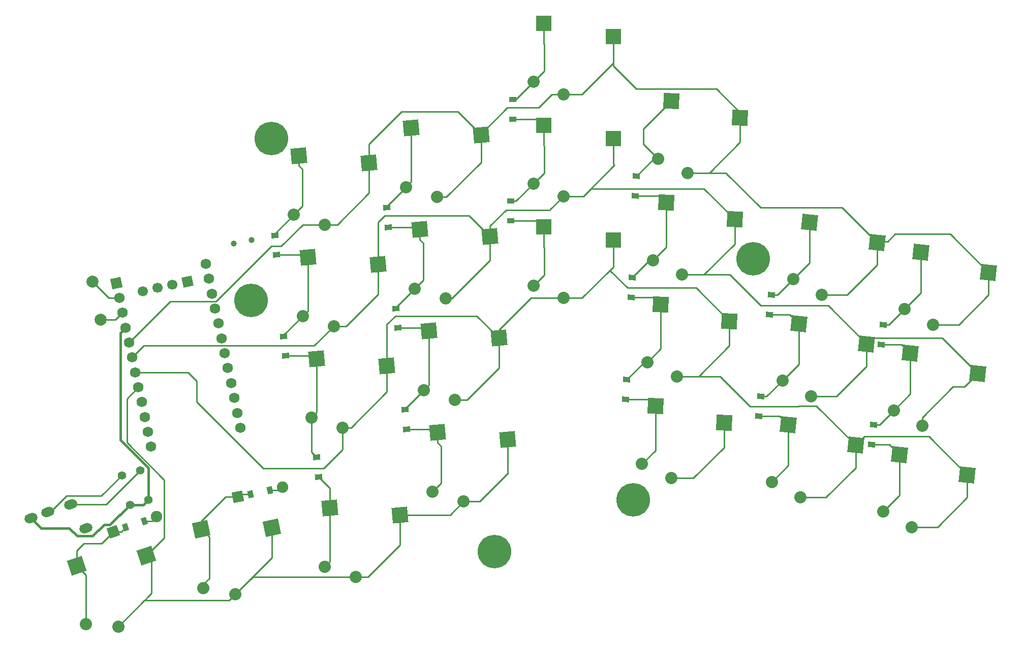
<source format=gbr>
%TF.GenerationSoftware,KiCad,Pcbnew,(6.0.7-1)-1*%
%TF.CreationDate,2022-09-15T11:19:35-04:00*%
%TF.ProjectId,skyline_pcb_right,736b796c-696e-4655-9f70-63625f726967,v1.0.0*%
%TF.SameCoordinates,Original*%
%TF.FileFunction,Copper,L2,Bot*%
%TF.FilePolarity,Positive*%
%FSLAX46Y46*%
G04 Gerber Fmt 4.6, Leading zero omitted, Abs format (unit mm)*
G04 Created by KiCad (PCBNEW (6.0.7-1)-1) date 2022-09-15 11:19:35*
%MOMM*%
%LPD*%
G01*
G04 APERTURE LIST*
G04 Aperture macros list*
%AMHorizOval*
0 Thick line with rounded ends*
0 $1 width*
0 $2 $3 position (X,Y) of the first rounded end (center of the circle)*
0 $4 $5 position (X,Y) of the second rounded end (center of the circle)*
0 Add line between two ends*
20,1,$1,$2,$3,$4,$5,0*
0 Add two circle primitives to create the rounded ends*
1,1,$1,$2,$3*
1,1,$1,$4,$5*%
%AMRotRect*
0 Rectangle, with rotation*
0 The origin of the aperture is its center*
0 $1 length*
0 $2 width*
0 $3 Rotation angle, in degrees counterclockwise*
0 Add horizontal line*
21,1,$1,$2,0,0,$3*%
G04 Aperture macros list end*
%TA.AperFunction,SMDPad,CuDef*%
%ADD10RotRect,2.600000X2.600000X12.000000*%
%TD*%
%TA.AperFunction,SMDPad,CuDef*%
%ADD11RotRect,2.600000X2.600000X19.000000*%
%TD*%
%TA.AperFunction,SMDPad,CuDef*%
%ADD12RotRect,2.600000X2.600000X357.000000*%
%TD*%
%TA.AperFunction,SMDPad,CuDef*%
%ADD13RotRect,2.600000X2.600000X354.000000*%
%TD*%
%TA.AperFunction,SMDPad,CuDef*%
%ADD14RotRect,0.900000X1.200000X95.000000*%
%TD*%
%TA.AperFunction,SMDPad,CuDef*%
%ADD15RotRect,2.600000X2.600000X5.000000*%
%TD*%
%TA.AperFunction,SMDPad,CuDef*%
%ADD16R,2.600000X2.600000*%
%TD*%
%TA.AperFunction,ComponentPad*%
%ADD17C,1.397000*%
%TD*%
%TA.AperFunction,ComponentPad*%
%ADD18C,2.032000*%
%TD*%
%TA.AperFunction,ComponentPad*%
%ADD19RotRect,1.700000X1.700000X282.000000*%
%TD*%
%TA.AperFunction,ComponentPad*%
%ADD20HorizOval,1.700000X0.000000X0.000000X0.000000X0.000000X0*%
%TD*%
%TA.AperFunction,SMDPad,CuDef*%
%ADD21RotRect,0.900000X1.200000X84.000000*%
%TD*%
%TA.AperFunction,ComponentPad*%
%ADD22C,1.905000*%
%TD*%
%TA.AperFunction,SMDPad,CuDef*%
%ADD23RotRect,0.900000X1.200000X12.000000*%
%TD*%
%TA.AperFunction,ComponentPad*%
%ADD24RotRect,1.778000X1.778000X12.000000*%
%TD*%
%TA.AperFunction,ComponentPad*%
%ADD25C,2.000000*%
%TD*%
%TA.AperFunction,SMDPad,CuDef*%
%ADD26R,1.200000X0.900000*%
%TD*%
%TA.AperFunction,SMDPad,CuDef*%
%ADD27RotRect,0.900000X1.200000X87.000000*%
%TD*%
%TA.AperFunction,SMDPad,CuDef*%
%ADD28RotRect,0.900000X1.200000X19.000000*%
%TD*%
%TA.AperFunction,ComponentPad*%
%ADD29RotRect,1.778000X1.778000X19.000000*%
%TD*%
%TA.AperFunction,WasherPad*%
%ADD30C,1.000000*%
%TD*%
%TA.AperFunction,ComponentPad*%
%ADD31HorizOval,1.600000X0.283656X0.097670X-0.283656X-0.097670X0*%
%TD*%
%TA.AperFunction,ComponentPad*%
%ADD32RotRect,1.752600X1.752600X282.000000*%
%TD*%
%TA.AperFunction,ComponentPad*%
%ADD33C,1.752600*%
%TD*%
%TA.AperFunction,ComponentPad*%
%ADD34C,3.600000*%
%TD*%
%TA.AperFunction,ConnectorPad*%
%ADD35C,5.600000*%
%TD*%
%TA.AperFunction,Conductor*%
%ADD36C,0.250000*%
%TD*%
%TA.AperFunction,Conductor*%
%ADD37C,0.400000*%
%TD*%
G04 APERTURE END LIST*
D10*
%TO.P,S43,1*%
%TO.N,P7*%
X168729851Y-168144004D03*
%TO.P,S43,2*%
%TO.N,P18*%
X180484862Y-167894548D03*
%TD*%
D11*
%TO.P,S45,1*%
%TO.N,P5*%
X147921845Y-174266181D03*
%TO.P,S45,2*%
%TO.N,P18*%
X159558835Y-172586010D03*
%TD*%
D12*
%TO.P,S19,1*%
%TO.N,P6*%
X247057013Y-96707156D03*
%TO.P,S19,2*%
%TO.N,P21*%
X258476045Y-99508621D03*
%TD*%
D13*
%TO.P,S1,1*%
%TO.N,P4*%
X285074642Y-155731079D03*
%TO.P,S1,2*%
%TO.N,P19*%
X296331407Y-159126331D03*
%TD*%
%TO.P,S11,1*%
%TO.N,P5*%
X270046279Y-116947728D03*
%TO.P,S11,2*%
%TO.N,P21*%
X281303044Y-120342980D03*
%TD*%
D14*
%TO.P,D14,1*%
%TO.N,P9*%
X181230366Y-122418600D03*
%TO.P,D14,2*%
X180942752Y-119131158D03*
%TD*%
D15*
%TO.P,S37,1*%
%TO.N,P9*%
X186468321Y-122763140D03*
%TO.P,S37,2*%
%TO.N,P20*%
X198166112Y-123948119D03*
%TD*%
D16*
%TO.P,S23,1*%
%TO.N,P7*%
X225807503Y-100753441D03*
%TO.P,S23,2*%
%TO.N,P20*%
X237357503Y-102953441D03*
%TD*%
D17*
%TO.P,\u002A\u002A,3*%
%TO.N,P3*%
X158539441Y-158366741D03*
%TO.P,\u002A\u002A,4*%
%TO.N,VCC*%
X159897011Y-163261983D03*
%TD*%
D18*
%TO.P,S10,1*%
%TO.N,P5*%
X265534592Y-143370877D03*
%TO.P,S10,2*%
%TO.N,P20*%
X270287692Y-145982015D03*
%TD*%
%TO.P,S12,1*%
%TO.N,P5*%
X267311576Y-126464005D03*
%TO.P,S12,2*%
%TO.N,P21*%
X272064676Y-129075143D03*
%TD*%
D19*
%TO.P,REF\u002A\u002A,1*%
%TO.N,VCC*%
X166401488Y-126858430D03*
D20*
%TO.P,REF\u002A\u002A,2*%
%TO.N,P0*%
X163916993Y-127386526D03*
%TO.P,REF\u002A\u002A,3*%
%TO.N,P1*%
X161432498Y-127914621D03*
%TO.P,REF\u002A\u002A,4*%
%TO.N,GND*%
X158948003Y-128442717D03*
%TD*%
D18*
%TO.P,S2,1*%
%TO.N,P4*%
X282339939Y-165247356D03*
%TO.P,S2,2*%
%TO.N,P19*%
X287093039Y-167858494D03*
%TD*%
D21*
%TO.P,D1,1*%
%TO.N,P4*%
X280409252Y-154015803D03*
%TO.P,D1,2*%
X280754196Y-150733881D03*
%TD*%
D22*
%TO.P,D16,1*%
%TO.N,P7*%
X182268652Y-161172400D03*
D23*
X176927966Y-162307598D03*
D24*
%TO.P,D16,2*%
X174815168Y-162756688D03*
D23*
X180155854Y-161621490D03*
%TD*%
D13*
%TO.P,S5,1*%
%TO.N,P4*%
X288628610Y-121917335D03*
%TO.P,S5,2*%
%TO.N,P21*%
X299885375Y-125312587D03*
%TD*%
D15*
%TO.P,S35,1*%
%TO.N,P9*%
X187949969Y-139698450D03*
%TO.P,S35,2*%
%TO.N,P19*%
X199647760Y-140883429D03*
%TD*%
D18*
%TO.P,S22,1*%
%TO.N,P7*%
X224082503Y-127503441D03*
%TO.P,S22,2*%
%TO.N,P19*%
X229082503Y-129603441D03*
%TD*%
%TO.P,S24,1*%
%TO.N,P7*%
X224082503Y-110503441D03*
%TO.P,S24,2*%
%TO.N,P20*%
X229082503Y-112603441D03*
%TD*%
D14*
%TO.P,D12,1*%
%TO.N,P8*%
X199876192Y-117784712D03*
%TO.P,D12,2*%
X199588578Y-114497270D03*
%TD*%
D25*
%TO.P,RSW1,1*%
%TO.N,GND*%
X150574651Y-126872329D03*
%TO.P,RSW1,2*%
%TO.N,RST*%
X151926077Y-133230289D03*
%TD*%
D16*
%TO.P,S25,1*%
%TO.N,P7*%
X225807503Y-83753441D03*
%TO.P,S25,2*%
%TO.N,P21*%
X237357503Y-85953441D03*
%TD*%
D18*
%TO.P,S44,1*%
%TO.N,P7*%
X169069685Y-178039590D03*
%TO.P,S44,2*%
%TO.N,P18*%
X174397038Y-179054142D03*
%TD*%
%TO.P,S26,1*%
%TO.N,P7*%
X224082503Y-93503441D03*
%TO.P,S26,2*%
%TO.N,P21*%
X229082503Y-95603441D03*
%TD*%
D15*
%TO.P,S39,1*%
%TO.N,P9*%
X184986673Y-105827830D03*
%TO.P,S39,2*%
%TO.N,P21*%
X196684464Y-107012809D03*
%TD*%
D16*
%TO.P,S21,1*%
%TO.N,P7*%
X225807503Y-117753441D03*
%TO.P,S21,2*%
%TO.N,P19*%
X237357503Y-119953441D03*
%TD*%
D26*
%TO.P,D8,1*%
%TO.N,P7*%
X220271806Y-116738220D03*
%TO.P,D8,2*%
X220271806Y-113438220D03*
%TD*%
D18*
%TO.P,S18,1*%
%TO.N,P6*%
X243934391Y-123330216D03*
%TO.P,S18,2*%
%TO.N,P20*%
X248817633Y-125689018D03*
%TD*%
%TO.P,S8,1*%
%TO.N,P5*%
X263757608Y-160277749D03*
%TO.P,S8,2*%
%TO.N,P19*%
X268510708Y-162888887D03*
%TD*%
%TO.P,S14,1*%
%TO.N,P6*%
X242154968Y-157283621D03*
%TO.P,S14,2*%
%TO.N,P18*%
X247038210Y-159642423D03*
%TD*%
D12*
%TO.P,S17,1*%
%TO.N,P6*%
X246167302Y-113683858D03*
%TO.P,S17,2*%
%TO.N,P20*%
X257586334Y-116485323D03*
%TD*%
D18*
%TO.P,S34,1*%
%TO.N,P8*%
X202788595Y-111096339D03*
%TO.P,S34,2*%
%TO.N,P21*%
X207952596Y-112752569D03*
%TD*%
D27*
%TO.P,D7,1*%
%TO.N,P6*%
X240995417Y-112584894D03*
%TO.P,D7,2*%
X241168125Y-109289416D03*
%TD*%
D15*
%TO.P,S31,1*%
%TO.N,P8*%
X205138911Y-118168407D03*
%TO.P,S31,2*%
%TO.N,P20*%
X216836702Y-119353386D03*
%TD*%
D18*
%TO.P,S32,1*%
%TO.N,P8*%
X204270243Y-128031649D03*
%TO.P,S32,2*%
%TO.N,P20*%
X209434244Y-129687879D03*
%TD*%
%TO.P,S30,1*%
%TO.N,P8*%
X205751890Y-144966959D03*
%TO.P,S30,2*%
%TO.N,P19*%
X210915891Y-146623189D03*
%TD*%
D15*
%TO.P,S27,1*%
%TO.N,P8*%
X208102206Y-152039027D03*
%TO.P,S27,2*%
%TO.N,P18*%
X219799997Y-153224006D03*
%TD*%
D28*
%TO.P,D17,1*%
%TO.N,P5*%
X156115667Y-167873596D03*
D22*
X161278199Y-166095994D03*
D29*
%TO.P,D17,2*%
X154073347Y-168576824D03*
D28*
X159235879Y-166799222D03*
%TD*%
D13*
%TO.P,S3,1*%
%TO.N,P4*%
X286851626Y-138824207D03*
%TO.P,S3,2*%
%TO.N,P20*%
X298108391Y-142219459D03*
%TD*%
D18*
%TO.P,S28,1*%
%TO.N,P8*%
X207233538Y-161902269D03*
%TO.P,S28,2*%
%TO.N,P18*%
X212397539Y-163558499D03*
%TD*%
%TO.P,S36,1*%
%TO.N,P9*%
X187081301Y-149561692D03*
%TO.P,S36,2*%
%TO.N,P19*%
X192245302Y-151217922D03*
%TD*%
D30*
%TO.P,T1,*%
%TO.N,*%
X177091140Y-119918878D03*
X174156698Y-120542614D03*
%TD*%
D14*
%TO.P,D11,1*%
%TO.N,P8*%
X201431365Y-134608159D03*
%TO.P,D11,2*%
X201143751Y-131320717D03*
%TD*%
D15*
%TO.P,S41,1*%
%TO.N,P9*%
X190128862Y-164603318D03*
%TO.P,S41,2*%
%TO.N,P18*%
X201826653Y-165788297D03*
%TD*%
D18*
%TO.P,S40,1*%
%TO.N,P9*%
X184118005Y-115691072D03*
%TO.P,S40,2*%
%TO.N,P21*%
X189282006Y-117347302D03*
%TD*%
D31*
%TO.P,REF\u002A\u002A,1*%
%TO.N,GND*%
X149481637Y-168004266D03*
%TO.P,REF\u002A\u002A,2*%
%TO.N,P3*%
X146943953Y-164013006D03*
%TO.P,REF\u002A\u002A,3*%
%TO.N,P2*%
X143161879Y-165315278D03*
%TO.P,REF\u002A\u002A,4*%
%TO.N,VCC*%
X140325323Y-166291983D03*
%TD*%
D21*
%TO.P,D4,1*%
%TO.N,P5*%
X263393404Y-132329433D03*
%TO.P,D4,2*%
X263738348Y-129047511D03*
%TD*%
D27*
%TO.P,D6,1*%
%TO.N,P6*%
X240324663Y-129502799D03*
%TO.P,D6,2*%
X240497371Y-126207321D03*
%TD*%
D18*
%TO.P,S38,1*%
%TO.N,P9*%
X185599653Y-132626382D03*
%TO.P,S38,2*%
%TO.N,P20*%
X190763654Y-134282612D03*
%TD*%
D32*
%TO.P,MCU1,1*%
%TO.N,RAW*%
X154536500Y-127077567D03*
D33*
%TO.P,MCU1,2*%
%TO.N,GND*%
X155064596Y-129562062D03*
%TO.P,MCU1,3*%
%TO.N,RST*%
X155592691Y-132046557D03*
%TO.P,MCU1,4*%
%TO.N,VCC*%
X156120787Y-134531052D03*
%TO.P,MCU1,5*%
%TO.N,P21*%
X156648883Y-137015547D03*
%TO.P,MCU1,6*%
%TO.N,P20*%
X157176978Y-139500042D03*
%TO.P,MCU1,7*%
%TO.N,P19*%
X157705074Y-141984537D03*
%TO.P,MCU1,8*%
%TO.N,P18*%
X158233170Y-144469031D03*
%TO.P,MCU1,9*%
%TO.N,P15*%
X158761266Y-146953526D03*
%TO.P,MCU1,10*%
%TO.N,P14*%
X159289361Y-149438021D03*
%TO.P,MCU1,11*%
%TO.N,P16*%
X159817457Y-151922516D03*
%TO.P,MCU1,12*%
%TO.N,P10*%
X160345553Y-154407011D03*
%TO.P,MCU1,13*%
%TO.N,P1*%
X169443469Y-123908993D03*
%TO.P,MCU1,14*%
%TO.N,P0*%
X169971565Y-126393488D03*
%TO.P,MCU1,15*%
%TO.N,GND*%
X170499661Y-128877983D03*
%TO.P,MCU1,16*%
X171027756Y-131362478D03*
%TO.P,MCU1,17*%
%TO.N,P2*%
X171555852Y-133846973D03*
%TO.P,MCU1,18*%
%TO.N,P3*%
X172083948Y-136331467D03*
%TO.P,MCU1,19*%
%TO.N,P4*%
X172612044Y-138815962D03*
%TO.P,MCU1,20*%
%TO.N,P5*%
X173140139Y-141300457D03*
%TO.P,MCU1,21*%
%TO.N,P6*%
X173668235Y-143784952D03*
%TO.P,MCU1,22*%
%TO.N,P7*%
X174196331Y-146269447D03*
%TO.P,MCU1,23*%
%TO.N,P8*%
X174724426Y-148753942D03*
%TO.P,MCU1,24*%
%TO.N,P9*%
X175252522Y-151238437D03*
%TD*%
D14*
%TO.P,D15,1*%
%TO.N,P9*%
X188236018Y-159459123D03*
%TO.P,D15,2*%
X187948404Y-156171681D03*
%TD*%
D21*
%TO.P,D2,1*%
%TO.N,P4*%
X282025458Y-137322824D03*
%TO.P,D2,2*%
X282370402Y-134040902D03*
%TD*%
D18*
%TO.P,S46,1*%
%TO.N,P5*%
X149465115Y-184046592D03*
%TO.P,S46,2*%
%TO.N,P18*%
X154876401Y-184404341D03*
%TD*%
D15*
%TO.P,S29,1*%
%TO.N,P8*%
X206620558Y-135103717D03*
%TO.P,S29,2*%
%TO.N,P19*%
X218318349Y-136288696D03*
%TD*%
D18*
%TO.P,S42,1*%
%TO.N,P9*%
X189260194Y-174466560D03*
%TO.P,S42,2*%
%TO.N,P18*%
X194424195Y-176122790D03*
%TD*%
D12*
%TO.P,S15,1*%
%TO.N,P6*%
X245277590Y-130660560D03*
%TO.P,S15,2*%
%TO.N,P19*%
X256696622Y-133462025D03*
%TD*%
D26*
%TO.P,D9,1*%
%TO.N,P7*%
X220586513Y-99768303D03*
%TO.P,D9,2*%
X220586513Y-96468303D03*
%TD*%
D15*
%TO.P,S33,1*%
%TO.N,P8*%
X203657263Y-101233097D03*
%TO.P,S33,2*%
%TO.N,P21*%
X215355054Y-102418076D03*
%TD*%
D21*
%TO.P,D3,1*%
%TO.N,P5*%
X261553614Y-149320526D03*
%TO.P,D3,2*%
X261898558Y-146038604D03*
%TD*%
D18*
%TO.P,S6,1*%
%TO.N,P4*%
X285893907Y-131433612D03*
%TO.P,S6,2*%
%TO.N,P21*%
X290647007Y-134044750D03*
%TD*%
D34*
%TO.P,REF\u002A\u002A,1*%
%TO.N,N/C*%
X180407787Y-103019753D03*
D35*
X180407787Y-103019753D03*
%TD*%
D14*
%TO.P,D13,1*%
%TO.N,P9*%
X182720931Y-139261977D03*
%TO.P,D13,2*%
X182433317Y-135974535D03*
%TD*%
D27*
%TO.P,D5,1*%
%TO.N,P6*%
X239430325Y-146495231D03*
%TO.P,D5,2*%
X239603033Y-143199753D03*
%TD*%
D17*
%TO.P,\u002A\u002A,2*%
%TO.N,P2*%
X155467798Y-159198644D03*
%TO.P,\u002A\u002A,4*%
%TO.N,VCC*%
X156825368Y-164093886D03*
%TD*%
D18*
%TO.P,S4,1*%
%TO.N,P4*%
X284116923Y-148340484D03*
%TO.P,S4,2*%
%TO.N,P20*%
X288870023Y-150951622D03*
%TD*%
%TO.P,S20,1*%
%TO.N,P6*%
X244824102Y-106353514D03*
%TO.P,S20,2*%
%TO.N,P21*%
X249707344Y-108712316D03*
%TD*%
D13*
%TO.P,S7,1*%
%TO.N,P5*%
X266492311Y-150761472D03*
%TO.P,S7,2*%
%TO.N,P19*%
X277749076Y-154156724D03*
%TD*%
D12*
%TO.P,S13,1*%
%TO.N,P6*%
X244387879Y-147637263D03*
%TO.P,S13,2*%
%TO.N,P18*%
X255806911Y-150438728D03*
%TD*%
D13*
%TO.P,S9,1*%
%TO.N,P5*%
X268269295Y-133854600D03*
%TO.P,S9,2*%
%TO.N,P20*%
X279526060Y-137249852D03*
%TD*%
D14*
%TO.P,D10,1*%
%TO.N,P8*%
X202904808Y-151468827D03*
%TO.P,D10,2*%
X202617194Y-148181385D03*
%TD*%
D18*
%TO.P,S16,1*%
%TO.N,P6*%
X243044679Y-140306918D03*
%TO.P,S16,2*%
%TO.N,P19*%
X247927921Y-142665720D03*
%TD*%
D35*
%TO.P,REF\u002A\u002A,1*%
%TO.N,N/C*%
X240682503Y-163303441D03*
D34*
X240682503Y-163303441D03*
%TD*%
%TO.P,REF\u002A\u002A,1*%
%TO.N,N/C*%
X217582503Y-171903441D03*
D35*
X217582503Y-171903441D03*
%TD*%
D34*
%TO.P,REF\u002A\u002A,1*%
%TO.N,N/C*%
X260672503Y-123043441D03*
D35*
X260672503Y-123043441D03*
%TD*%
%TO.P,REF\u002A\u002A,1*%
%TO.N,N/C*%
X176982503Y-130003441D03*
D34*
X176982503Y-130003441D03*
%TD*%
D36*
%TO.N,P4*%
X285893907Y-131433612D02*
X288628610Y-128698909D01*
X284116923Y-148340484D02*
X286851626Y-145605781D01*
X283286617Y-134040902D02*
X285893907Y-131433612D01*
X282025458Y-137322824D02*
X285350243Y-137322824D01*
X288628610Y-128698909D02*
X288628610Y-121917335D01*
X280409252Y-154015803D02*
X283359366Y-154015803D01*
X282370402Y-134040902D02*
X283286617Y-134040902D01*
X285350243Y-137322824D02*
X286851626Y-138824207D01*
X282339939Y-165247356D02*
X285074642Y-162512653D01*
X286851626Y-145605781D02*
X286851626Y-138824207D01*
X285074642Y-162512653D02*
X285074642Y-155731079D01*
X281723526Y-150733881D02*
X284116923Y-148340484D01*
X280754196Y-150733881D02*
X281723526Y-150733881D01*
X283359366Y-154015803D02*
X285074642Y-155731079D01*
%TO.N,P19*%
X279202851Y-152702949D02*
X289908025Y-152702949D01*
X255113208Y-142665720D02*
X260124243Y-147676755D01*
X296331407Y-162881313D02*
X296331407Y-159126331D01*
X237357503Y-124395812D02*
X237357503Y-119953441D01*
X260124243Y-147676755D02*
X268166154Y-147676755D01*
X192245302Y-151217922D02*
X193682142Y-151217922D01*
X214631283Y-132601630D02*
X218318349Y-136288696D01*
X247927921Y-142665720D02*
X251592470Y-142665720D01*
X199647760Y-140883429D02*
X199647760Y-134002084D01*
X268243480Y-147599429D02*
X271191781Y-147599429D01*
X218318349Y-136288696D02*
X218318349Y-134917193D01*
X251592470Y-142665720D02*
X256696622Y-137561568D01*
X199647760Y-145252304D02*
X199647760Y-140883429D01*
X232149874Y-129603441D02*
X236775954Y-124977360D01*
X210915891Y-146623189D02*
X212991208Y-146623189D01*
X268510708Y-162888887D02*
X272771895Y-162888887D01*
X218318349Y-141296048D02*
X218318349Y-136288696D01*
X193682142Y-151217922D02*
X199647760Y-145252304D01*
X277749076Y-154156724D02*
X279202851Y-152702949D01*
X256696622Y-133462025D02*
X251138894Y-127904297D01*
X247927921Y-142665720D02*
X255113208Y-142665720D01*
X189125226Y-158029002D02*
X179011062Y-158029002D01*
X239702891Y-127904297D02*
X236775954Y-124977360D01*
X201048214Y-132601630D02*
X214631283Y-132601630D01*
X268166154Y-147676755D02*
X268243480Y-147599429D01*
X272771895Y-162888887D02*
X277749076Y-157911706D01*
X199647760Y-134002084D02*
X201048214Y-132601630D01*
X179011062Y-158029002D02*
X167924382Y-146942322D01*
X271191781Y-147599429D02*
X277749076Y-154156724D01*
X236775954Y-124977360D02*
X237357503Y-124395812D01*
X229082503Y-129603441D02*
X232149874Y-129603441D01*
X192245302Y-154908926D02*
X189125226Y-158029002D01*
X251138894Y-127904297D02*
X239702891Y-127904297D01*
X167924382Y-143441265D02*
X166467654Y-141984537D01*
X223632101Y-129603441D02*
X229082503Y-129603441D01*
X212991208Y-146623189D02*
X218318349Y-141296048D01*
X192245302Y-151217922D02*
X192245302Y-154908926D01*
X277749076Y-157911706D02*
X277749076Y-154156724D01*
X167924382Y-146942322D02*
X167924382Y-143441265D01*
X166467654Y-141984537D02*
X157705074Y-141984537D01*
X256696622Y-137561568D02*
X256696622Y-133462025D01*
X289908025Y-152702949D02*
X296331407Y-159126331D01*
X291354226Y-167858494D02*
X296331407Y-162881313D01*
X287093039Y-167858494D02*
X291354226Y-167858494D01*
X218318349Y-134917193D02*
X223632101Y-129603441D01*
%TO.N,P20*%
X226817887Y-114868057D02*
X229082503Y-112603441D01*
X257586334Y-120584866D02*
X257586334Y-116485323D01*
X248817633Y-125689018D02*
X252482182Y-125689018D01*
X279526060Y-141004834D02*
X279526060Y-137249852D01*
X293951856Y-144432949D02*
X295894901Y-144432949D01*
X273154359Y-130878151D02*
X279526060Y-137249852D01*
X252434518Y-111333507D02*
X257586334Y-116485323D01*
X213320025Y-115836709D02*
X216836702Y-119353386D01*
X288870023Y-149514782D02*
X293951856Y-144432949D01*
X226817887Y-114955659D02*
X226817887Y-114868057D01*
X280515079Y-136260833D02*
X292149765Y-136260833D01*
X233616357Y-111333507D02*
X252434518Y-111333507D01*
X216836702Y-119353386D02*
X216836702Y-117592472D01*
X187513499Y-137532767D02*
X159144253Y-137532767D01*
X198166112Y-116969429D02*
X199298832Y-115836709D01*
X216836702Y-123271425D02*
X216836702Y-119353386D01*
X292149765Y-136260833D02*
X298108391Y-142219459D01*
X198166112Y-128955471D02*
X198166112Y-123948119D01*
X192838971Y-134282612D02*
X198166112Y-128955471D01*
X216836702Y-117592472D02*
X219473515Y-114955659D01*
X237546827Y-107403037D02*
X237357503Y-107213713D01*
X252482182Y-125689018D02*
X257586334Y-120584866D01*
X229082503Y-112603441D02*
X232346423Y-112603441D01*
X237357503Y-107213713D02*
X237357503Y-102953441D01*
X190763654Y-134282612D02*
X192838971Y-134282612D01*
X190763654Y-134282612D02*
X187513499Y-137532767D01*
X232346423Y-112603441D02*
X233616357Y-111333507D01*
X159144253Y-137532767D02*
X157176978Y-139500042D01*
X295894901Y-144432949D02*
X298108391Y-142219459D01*
X219473515Y-114955659D02*
X226817887Y-114955659D01*
X248817633Y-125689018D02*
X256752577Y-125689018D01*
X279526060Y-137249852D02*
X280515079Y-136260833D01*
X210420248Y-129687879D02*
X216836702Y-123271425D01*
X256752577Y-125689018D02*
X261941710Y-130878151D01*
X198166112Y-123948119D02*
X198166112Y-116969429D01*
X232346423Y-112603441D02*
X237546827Y-107403037D01*
X261941710Y-130878151D02*
X273154359Y-130878151D01*
X288870023Y-150951622D02*
X288870023Y-149514782D01*
X270287692Y-145982015D02*
X274548879Y-145982015D01*
X209434244Y-129687879D02*
X210420248Y-129687879D01*
X274548879Y-145982015D02*
X279526060Y-141004834D01*
X199298832Y-115836709D02*
X213320025Y-115836709D01*
%TO.N,P21*%
X283077985Y-120163570D02*
X284301759Y-118939796D01*
X275500866Y-114540802D02*
X281303044Y-120342980D01*
X191357323Y-117347302D02*
X196684464Y-112020161D01*
X256065899Y-108712316D02*
X261894385Y-114540802D01*
X196684464Y-112020161D02*
X196684464Y-107012809D01*
X180372584Y-120976151D02*
X171187557Y-130161178D01*
X219679432Y-97864551D02*
X224895995Y-97864551D01*
X284301759Y-118939796D02*
X293512584Y-118939796D01*
X232149874Y-95603441D02*
X237357503Y-90395812D01*
X281303044Y-120342980D02*
X281482454Y-120163570D01*
X249707344Y-108712316D02*
X256065899Y-108712316D01*
X276325863Y-129075143D02*
X281303044Y-124097962D01*
X258476045Y-103608164D02*
X258476045Y-99508621D01*
X229082503Y-95603441D02*
X232149874Y-95603441D01*
X253371893Y-108712316D02*
X258476045Y-103608164D01*
X209555822Y-112752569D02*
X215355054Y-106953337D01*
X182025861Y-120976151D02*
X180372584Y-120976151D01*
X227157105Y-95603441D02*
X229082503Y-95603441D01*
X202093980Y-98508979D02*
X211445957Y-98508979D01*
X207952596Y-112752569D02*
X209555822Y-112752569D01*
X281482454Y-120163570D02*
X283077985Y-120163570D01*
X272064676Y-129075143D02*
X276325863Y-129075143D01*
X299885375Y-129067569D02*
X299885375Y-125312587D01*
X281303044Y-124097962D02*
X281303044Y-120342980D01*
X249707344Y-108712316D02*
X253371893Y-108712316D01*
X196684464Y-107012809D02*
X196684464Y-103918495D01*
X290647007Y-134044750D02*
X294908194Y-134044750D01*
X215355054Y-102188929D02*
X219679432Y-97864551D01*
X261894385Y-114540802D02*
X275500866Y-114540802D01*
X196684464Y-103918495D02*
X202093980Y-98508979D01*
X211445957Y-98508979D02*
X215355054Y-102418076D01*
X215355054Y-102418076D02*
X215355054Y-102188929D01*
X258476045Y-98646646D02*
X258476045Y-99508621D01*
X237357503Y-85953441D02*
X237357503Y-90923014D01*
X163503252Y-130161178D02*
X156648883Y-137015547D01*
X189282006Y-117347302D02*
X185654710Y-117347302D01*
X185654710Y-117347302D02*
X182025861Y-120976151D01*
X215355054Y-106953337D02*
X215355054Y-102418076D01*
X293512584Y-118939796D02*
X299885375Y-125312587D01*
X171187557Y-130161178D02*
X163503252Y-130161178D01*
X189282006Y-117347302D02*
X191357323Y-117347302D01*
X241149271Y-94714782D02*
X254544181Y-94714782D01*
X237357503Y-90923014D02*
X241149271Y-94714782D01*
X237357503Y-90395812D02*
X237357503Y-85953441D01*
X254544181Y-94714782D02*
X258476045Y-98646646D01*
X224895995Y-97864551D02*
X227157105Y-95603441D01*
X294908194Y-134044750D02*
X299885375Y-129067569D01*
%TO.N,P5*%
X262866865Y-146038604D02*
X265534592Y-143370877D01*
X261898558Y-146038604D02*
X262866865Y-146038604D01*
X149143417Y-170521719D02*
X147921845Y-171743291D01*
X267311576Y-126464005D02*
X270046279Y-123729302D01*
X261553614Y-149320526D02*
X265051365Y-149320526D01*
X264728070Y-129047511D02*
X267311576Y-126464005D01*
X147921845Y-174266181D02*
X149465115Y-175809451D01*
X159235879Y-166799222D02*
X160574971Y-166799222D01*
X268269295Y-140636174D02*
X268269295Y-133854600D01*
X263757608Y-160277749D02*
X266492311Y-157543046D01*
X266492311Y-157543046D02*
X266492311Y-150761472D01*
X265534592Y-143370877D02*
X268269295Y-140636174D01*
X266744128Y-132329433D02*
X268269295Y-133854600D01*
X154073347Y-168576824D02*
X155412439Y-168576824D01*
X154073347Y-168576824D02*
X152128452Y-170521719D01*
X263393404Y-132329433D02*
X266744128Y-132329433D01*
X265051365Y-149320526D02*
X266492311Y-150761472D01*
X155412439Y-168576824D02*
X156115667Y-167873596D01*
X160574971Y-166799222D02*
X161278199Y-166095994D01*
X270046279Y-123729302D02*
X270046279Y-116947728D01*
X147921845Y-171743291D02*
X147921845Y-174266181D01*
X263738348Y-129047511D02*
X264728070Y-129047511D01*
X149465115Y-175809451D02*
X149465115Y-184046592D01*
X152128452Y-170521719D02*
X149143417Y-170521719D01*
%TO.N,P6*%
X240497371Y-126207321D02*
X243374476Y-123330216D01*
X239430325Y-146495231D02*
X243245847Y-146495231D01*
X245277590Y-130660560D02*
X245277590Y-138074007D01*
X246167302Y-113683858D02*
X246167302Y-121097305D01*
X246167302Y-121097305D02*
X243934391Y-123330216D01*
X245277590Y-138074007D02*
X243044679Y-140306918D01*
X242408052Y-101356117D02*
X242408052Y-103937464D01*
X245068338Y-112584894D02*
X246167302Y-113683858D01*
X241168125Y-109289416D02*
X244104027Y-106353514D01*
X244104027Y-106353514D02*
X244824102Y-106353514D01*
X243245847Y-146495231D02*
X244387879Y-147637263D01*
X239603033Y-143199753D02*
X242495868Y-140306918D01*
X247057013Y-96707156D02*
X242408052Y-101356117D01*
X244119829Y-129502799D02*
X245277590Y-130660560D01*
X242495868Y-140306918D02*
X243044679Y-140306918D01*
X243374476Y-123330216D02*
X243934391Y-123330216D01*
X242408052Y-103937464D02*
X244824102Y-106353514D01*
X244395671Y-147645055D02*
X244387879Y-147637263D01*
X242154968Y-157283621D02*
X244395671Y-155042918D01*
X240324663Y-129502799D02*
X244119829Y-129502799D01*
X240995417Y-112584894D02*
X245068338Y-112584894D01*
X244395671Y-155042918D02*
X244395671Y-147645055D01*
%TO.N,P18*%
X196499512Y-176122790D02*
X201826653Y-170795649D01*
X160397371Y-178883371D02*
X154876401Y-184404341D01*
X212397539Y-163558499D02*
X215143770Y-163558499D01*
X173381039Y-180070141D02*
X159210601Y-180070141D01*
X162555699Y-169589146D02*
X162555699Y-159977105D01*
X194424195Y-176122790D02*
X196499512Y-176122790D01*
X210167741Y-165788297D02*
X212397539Y-163558499D01*
X156317068Y-153738474D02*
X156317068Y-146385133D01*
X201826653Y-170795649D02*
X201826653Y-165788297D01*
X174397038Y-179054142D02*
X173381039Y-180070141D01*
X162555699Y-159977105D02*
X156317068Y-153738474D01*
X219799997Y-158729458D02*
X219799997Y-153224006D01*
X247038210Y-159642423D02*
X250702759Y-159642423D01*
X194424195Y-176122790D02*
X177328390Y-176122790D01*
X201826653Y-165788297D02*
X210167741Y-165788297D01*
X219886404Y-158815865D02*
X219799997Y-158729458D01*
X156317068Y-146385133D02*
X158233170Y-144469031D01*
X255806911Y-154538271D02*
X255806911Y-150438728D01*
X177328390Y-176122790D02*
X174397038Y-179054142D01*
X174397038Y-179054142D02*
X180484862Y-172966318D01*
X250702759Y-159642423D02*
X255806911Y-154538271D01*
X159558835Y-172586010D02*
X162555699Y-169589146D01*
X160397371Y-173424546D02*
X160397371Y-178883371D01*
X215143770Y-163558499D02*
X219886404Y-158815865D01*
X159558835Y-172586010D02*
X160397371Y-173424546D01*
X180484862Y-172966318D02*
X180484862Y-167894548D01*
X159210601Y-180070141D02*
X154876401Y-184404341D01*
%TO.N,P7*%
X225823973Y-104219911D02*
X225807503Y-104203441D01*
X221117641Y-96468303D02*
X224082503Y-93503441D01*
X168729851Y-168144004D02*
X170032017Y-169446170D01*
X181819562Y-161621490D02*
X182268652Y-161172400D01*
X225823973Y-87219911D02*
X225807503Y-87203441D01*
X224082503Y-127503441D02*
X225823973Y-125761971D01*
X225807503Y-121203441D02*
X225807503Y-117753441D01*
X220586513Y-99768303D02*
X224822365Y-99768303D01*
X180155854Y-161621490D02*
X181819562Y-161621490D01*
X224082503Y-110503441D02*
X225823973Y-108761971D01*
X224822365Y-99768303D02*
X225807503Y-100753441D01*
X168729851Y-166814961D02*
X172788124Y-162756688D01*
X168729851Y-168144004D02*
X168729851Y-166814961D01*
X225823973Y-121219911D02*
X225807503Y-121203441D01*
X225807503Y-104203441D02*
X225807503Y-100753441D01*
X221147724Y-113438220D02*
X224082503Y-110503441D01*
X170032017Y-176397590D02*
X169069685Y-177359922D01*
X225823973Y-108761971D02*
X225823973Y-104219911D01*
X175264258Y-162307598D02*
X174815168Y-162756688D01*
X172788124Y-162756688D02*
X174815168Y-162756688D01*
X220271806Y-113438220D02*
X221147724Y-113438220D01*
X220586513Y-96468303D02*
X221117641Y-96468303D01*
X176927966Y-162307598D02*
X175264258Y-162307598D01*
X225823973Y-125761971D02*
X225823973Y-121219911D01*
X224082503Y-93503441D02*
X225823973Y-91761971D01*
X170032017Y-169446170D02*
X170032017Y-176397590D01*
X224792282Y-116738220D02*
X225807503Y-117753441D01*
X225823973Y-91761971D02*
X225823973Y-87219911D01*
X169069685Y-177359922D02*
X169069685Y-178039590D01*
X220271806Y-116738220D02*
X224792282Y-116738220D01*
X225807503Y-87203441D02*
X225807503Y-83753441D01*
%TO.N,P8*%
X207233538Y-161902269D02*
X208645719Y-160490088D01*
X199876192Y-117784712D02*
X204755216Y-117784712D01*
X205682424Y-126619468D02*
X205682424Y-120449256D01*
X202788595Y-111096339D02*
X203657263Y-110227671D01*
X208645719Y-160490088D02*
X208645719Y-154319876D01*
X204270243Y-128031649D02*
X205682424Y-126619468D01*
X207532006Y-151468827D02*
X208102206Y-152039027D01*
X206620558Y-144098291D02*
X206620558Y-135103717D01*
X208102206Y-153776363D02*
X208102206Y-152039027D01*
X199588578Y-114296356D02*
X202788595Y-111096339D01*
X201143751Y-131158141D02*
X204270243Y-128031649D01*
X202617194Y-148181385D02*
X202617194Y-148101655D01*
X203657263Y-110227671D02*
X203657263Y-101233097D01*
X206125000Y-134608159D02*
X206620558Y-135103717D01*
X201143751Y-131320717D02*
X201143751Y-131158141D01*
X202904808Y-151468827D02*
X207532006Y-151468827D01*
X205682424Y-120449256D02*
X205138911Y-119905743D01*
X208645719Y-154319876D02*
X208102206Y-153776363D01*
X202617194Y-148101655D02*
X205751890Y-144966959D01*
X204755216Y-117784712D02*
X205138911Y-118168407D01*
X201431365Y-134608159D02*
X206125000Y-134608159D01*
X199588578Y-114497270D02*
X199588578Y-114296356D01*
X205138911Y-119905743D02*
X205138911Y-118168407D01*
X205751890Y-144966959D02*
X206620558Y-144098291D01*
%TO.N,P9*%
X181230366Y-122418600D02*
X186123781Y-122418600D01*
X182433317Y-135974535D02*
X182433317Y-135792718D01*
X182433317Y-135792718D02*
X185599653Y-132626382D01*
X189260194Y-174466560D02*
X190128862Y-173597892D01*
X180942752Y-119131158D02*
X180942752Y-118866325D01*
X190128862Y-161351967D02*
X190128862Y-164603318D01*
X187949969Y-148693024D02*
X187949969Y-139698450D01*
X187948404Y-156171681D02*
X187081301Y-155304578D01*
X185530186Y-114278891D02*
X185530186Y-108108679D01*
X185530186Y-108108679D02*
X184986673Y-107565166D01*
X187081301Y-149561692D02*
X187949969Y-148693024D01*
X187513496Y-139261977D02*
X187949969Y-139698450D01*
X185599653Y-132626382D02*
X186468321Y-131757714D01*
X186468321Y-131757714D02*
X186468321Y-122763140D01*
X180942752Y-118866325D02*
X184118005Y-115691072D01*
X184118005Y-115691072D02*
X185530186Y-114278891D01*
X182720931Y-139261977D02*
X187513496Y-139261977D01*
X187081301Y-155304578D02*
X187081301Y-149561692D01*
X184986673Y-107565166D02*
X184986673Y-105827830D01*
X188236018Y-159459123D02*
X190128862Y-161351967D01*
X190128862Y-173597892D02*
X190128862Y-164603318D01*
X186123781Y-122418600D02*
X186468321Y-122763140D01*
%TO.N,GND*%
X150574651Y-126872329D02*
X153264384Y-129562062D01*
X153264384Y-129562062D02*
X155064596Y-129562062D01*
%TO.N,RST*%
X154408959Y-133230289D02*
X155592691Y-132046557D01*
X151926077Y-133230289D02*
X154408959Y-133230289D01*
D37*
%TO.N,VCC*%
X159897011Y-157976260D02*
X159897011Y-163261983D01*
X150626812Y-169317356D02*
X152527187Y-167416981D01*
X148035606Y-169317356D02*
X150626812Y-169317356D01*
X155244487Y-153323736D02*
X159897011Y-157976260D01*
X155244487Y-135407352D02*
X155244487Y-153323736D01*
X140325323Y-166291983D02*
X142036739Y-168003399D01*
X146721649Y-168003399D02*
X148035606Y-169317356D01*
X156120787Y-134531052D02*
X155244487Y-135407352D01*
X142036739Y-168003399D02*
X146721649Y-168003399D01*
X159065108Y-164093886D02*
X156825368Y-164093886D01*
X159897011Y-163261983D02*
X159065108Y-164093886D01*
X152527187Y-167416981D02*
X153502273Y-167416981D01*
X153502273Y-167416981D02*
X156825368Y-164093886D01*
D36*
%TO.N,P2*%
X143161879Y-165315278D02*
X143543205Y-165315278D01*
X146250129Y-162608354D02*
X152058088Y-162608354D01*
X152058088Y-162608354D02*
X155467798Y-159198644D01*
X143543205Y-165315278D02*
X146250129Y-162608354D01*
%TO.N,P3*%
X152893176Y-164013006D02*
X158539441Y-158366741D01*
X146943953Y-164013006D02*
X152893176Y-164013006D01*
%TD*%
M02*

</source>
